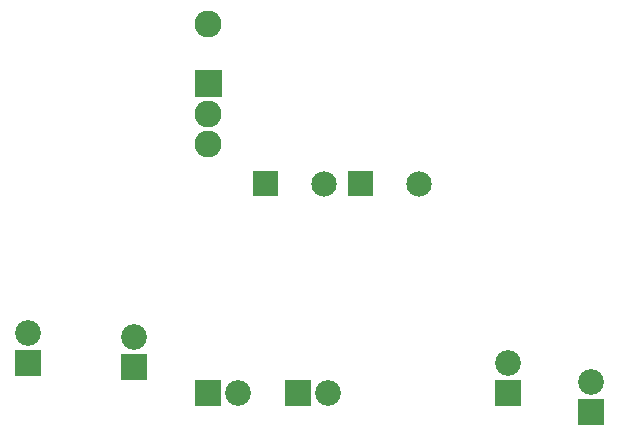
<source format=gbs>
G04 start of page 2 for group 11 layer_idx 11 *
G04 Title: (unknown), bottom_mask *
G04 Creator: pcb-rnd 2.3.0 *
G04 CreationDate: 2021-04-05 19:42:05 UTC *
G04 For:  *
G04 Format: Gerber/RS-274X *
G04 PCB-Dimensions: 500000 500000 *
G04 PCB-Coordinate-Origin: lower left *
%MOIN*%
%FSLAX25Y25*%
%LNBOTTOM_MASK_NONE_11*%
%ADD75C,0.0900*%
%ADD74C,0.0846*%
%ADD73C,0.0860*%
%ADD72C,0.0001*%
G54D72*G36*
X170300Y249550D02*Y258150D01*
X178900D01*
Y249550D01*
X170300D01*
G37*
G54D73*X174600Y263850D03*
G54D72*G36*
X205700Y248200D02*Y256800D01*
X214300D01*
Y248200D01*
X205700D01*
G37*
G54D73*X210000Y262343D03*
G54D74*X305185Y313500D03*
G54D72*G36*
X281263Y317737D02*Y309263D01*
X289737D01*
Y317737D01*
X281263D01*
G37*
G54D74*X273500Y313500D03*
G54D72*G36*
X249578Y317737D02*Y309263D01*
X258052D01*
Y317737D01*
X249578D01*
G37*
G36*
X230300Y248150D02*X238900D01*
Y239550D01*
X230300D01*
Y248150D01*
G37*
G54D75*X234850Y326850D03*
Y336850D03*
G54D72*G36*
X239300Y342400D02*Y351300D01*
X230400D01*
Y342400D01*
X239300D01*
G37*
G54D75*X234850Y366850D03*
G54D73*X244600Y243850D03*
G54D72*G36*
X260300Y248150D02*X268900D01*
Y239550D01*
X260300D01*
Y248150D01*
G37*
G54D73*X274600Y243850D03*
G54D72*G36*
X330300Y239550D02*Y248150D01*
X338900D01*
Y239550D01*
X330300D01*
G37*
G54D73*X334600Y253850D03*
G54D72*G36*
X358200Y233200D02*Y241800D01*
X366800D01*
Y233200D01*
X358200D01*
G37*
G54D73*X362500Y247343D03*
M02*

</source>
